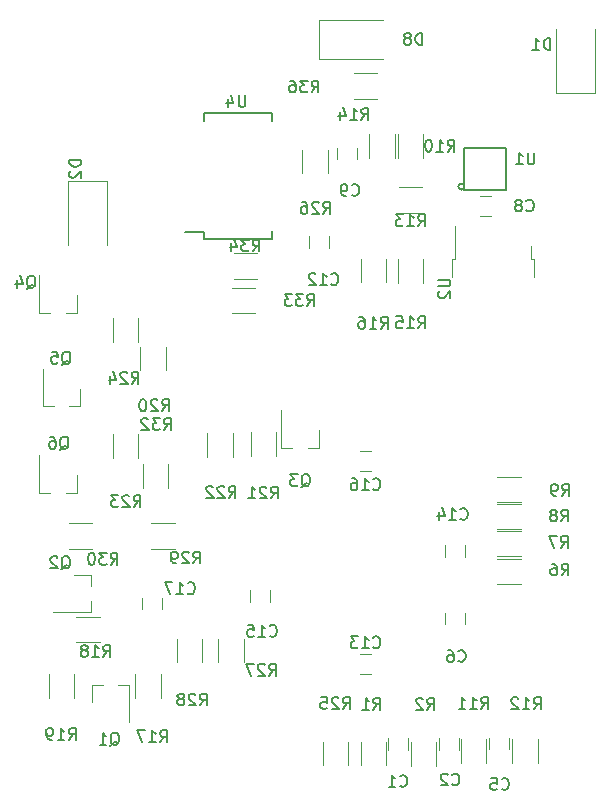
<source format=gbr>
G04 #@! TF.GenerationSoftware,KiCad,Pcbnew,(5.1.5)-3*
G04 #@! TF.CreationDate,2023-05-21T11:01:34-04:00*
G04 #@! TF.ProjectId,In_Board_Gnia,496e5f42-6f61-4726-945f-476e69612e6b,rev?*
G04 #@! TF.SameCoordinates,Original*
G04 #@! TF.FileFunction,Legend,Bot*
G04 #@! TF.FilePolarity,Positive*
%FSLAX46Y46*%
G04 Gerber Fmt 4.6, Leading zero omitted, Abs format (unit mm)*
G04 Created by KiCad (PCBNEW (5.1.5)-3) date 2023-05-21 11:01:34*
%MOMM*%
%LPD*%
G04 APERTURE LIST*
%ADD10C,0.120000*%
%ADD11C,0.150000*%
G04 APERTURE END LIST*
D10*
X65848600Y-116781960D02*
X65848600Y-117781960D01*
X64148600Y-117781960D02*
X64148600Y-116781960D01*
X70120880Y-116781960D02*
X70120880Y-117781960D01*
X68420880Y-117781960D02*
X68420880Y-116781960D01*
X74403320Y-116761640D02*
X74403320Y-117761640D01*
X72703320Y-117761640D02*
X72703320Y-116761640D01*
X69000000Y-107180000D02*
X69000000Y-106180000D01*
X70700000Y-106180000D02*
X70700000Y-107180000D01*
X71890000Y-70905000D02*
X72890000Y-70905000D01*
X72890000Y-72605000D02*
X71890000Y-72605000D01*
X61556000Y-66810000D02*
X61556000Y-67810000D01*
X59856000Y-67810000D02*
X59856000Y-66810000D01*
X57443000Y-75303000D02*
X57443000Y-74303000D01*
X59143000Y-74303000D02*
X59143000Y-75303000D01*
X61730000Y-109640000D02*
X62730000Y-109640000D01*
X62730000Y-111340000D02*
X61730000Y-111340000D01*
X70700000Y-100465000D02*
X70700000Y-101465000D01*
X69000000Y-101465000D02*
X69000000Y-100465000D01*
X54190000Y-104275000D02*
X54190000Y-105275000D01*
X52490000Y-105275000D02*
X52490000Y-104275000D01*
X62730000Y-94195000D02*
X61730000Y-94195000D01*
X61730000Y-92495000D02*
X62730000Y-92495000D01*
X43346000Y-105910000D02*
X43346000Y-104910000D01*
X45046000Y-104910000D02*
X45046000Y-105910000D01*
X81660000Y-62188300D02*
X78360000Y-62188300D01*
X78360000Y-62188300D02*
X78360000Y-56788300D01*
X81660000Y-62188300D02*
X81660000Y-56788300D01*
X37085000Y-69625000D02*
X40385000Y-69625000D01*
X40385000Y-69625000D02*
X40385000Y-75025000D01*
X37085000Y-69625000D02*
X37085000Y-75025000D01*
X58322000Y-59308000D02*
X58322000Y-56008000D01*
X58322000Y-56008000D02*
X63722000Y-56008000D01*
X58322000Y-59308000D02*
X63722000Y-59308000D01*
X39060000Y-112270000D02*
X39990000Y-112270000D01*
X42220000Y-112270000D02*
X41290000Y-112270000D01*
X42220000Y-112270000D02*
X42220000Y-115430000D01*
X39060000Y-112270000D02*
X39060000Y-113730000D01*
X38974300Y-102966400D02*
X38974300Y-103896400D01*
X38974300Y-106126400D02*
X38974300Y-105196400D01*
X38974300Y-106126400D02*
X35814300Y-106126400D01*
X38974300Y-102966400D02*
X37514300Y-102966400D01*
X58272800Y-92200000D02*
X57342800Y-92200000D01*
X55112800Y-92200000D02*
X56042800Y-92200000D01*
X55112800Y-92200000D02*
X55112800Y-89040000D01*
X58272800Y-92200000D02*
X58272800Y-90740000D01*
X37775000Y-80770000D02*
X36845000Y-80770000D01*
X34615000Y-80770000D02*
X35545000Y-80770000D01*
X34615000Y-80770000D02*
X34615000Y-77610000D01*
X37775000Y-80770000D02*
X37775000Y-79310000D01*
X38054400Y-88682100D02*
X37124400Y-88682100D01*
X34894400Y-88682100D02*
X35824400Y-88682100D01*
X34894400Y-88682100D02*
X34894400Y-85522100D01*
X38054400Y-88682100D02*
X38054400Y-87222100D01*
X37775000Y-96010000D02*
X36845000Y-96010000D01*
X34615000Y-96010000D02*
X35545000Y-96010000D01*
X34615000Y-96010000D02*
X34615000Y-92850000D01*
X37775000Y-96010000D02*
X37775000Y-94550000D01*
X61835640Y-117094760D02*
X61835640Y-119094760D01*
X63975640Y-119094760D02*
X63975640Y-117094760D01*
X66052040Y-117120160D02*
X66052040Y-119120160D01*
X68192040Y-119120160D02*
X68192040Y-117120160D01*
X73376280Y-103752040D02*
X75376280Y-103752040D01*
X75376280Y-101612040D02*
X73376280Y-101612040D01*
X73371200Y-101412700D02*
X75371200Y-101412700D01*
X75371200Y-99272700D02*
X73371200Y-99272700D01*
X73371200Y-99126700D02*
X75371200Y-99126700D01*
X75371200Y-96986700D02*
X73371200Y-96986700D01*
X73383900Y-96828000D02*
X75383900Y-96828000D01*
X75383900Y-94688000D02*
X73383900Y-94688000D01*
X67110000Y-67675000D02*
X67110000Y-65675000D01*
X64970000Y-65675000D02*
X64970000Y-67675000D01*
X70309080Y-116911880D02*
X70309080Y-118911880D01*
X72449080Y-118911880D02*
X72449080Y-116911880D01*
X74677880Y-116896640D02*
X74677880Y-118896640D01*
X76817880Y-118896640D02*
X76817880Y-116896640D01*
X65040000Y-72317000D02*
X67040000Y-72317000D01*
X67040000Y-70177000D02*
X65040000Y-70177000D01*
X62557000Y-65675000D02*
X62557000Y-67675000D01*
X64697000Y-67675000D02*
X64697000Y-65675000D01*
X67084600Y-78241400D02*
X67084600Y-76241400D01*
X64944600Y-76241400D02*
X64944600Y-78241400D01*
X61871200Y-76216000D02*
X61871200Y-78216000D01*
X64011200Y-78216000D02*
X64011200Y-76216000D01*
X42745000Y-111395000D02*
X42745000Y-113395000D01*
X44885000Y-113395000D02*
X44885000Y-111395000D01*
X37747700Y-108689800D02*
X39747700Y-108689800D01*
X39747700Y-106549800D02*
X37747700Y-106549800D01*
X37582500Y-113395000D02*
X37582500Y-111395000D01*
X35442500Y-111395000D02*
X35442500Y-113395000D01*
X43176800Y-83645500D02*
X43176800Y-85645500D01*
X45316800Y-85645500D02*
X45316800Y-83645500D01*
X52524000Y-90922600D02*
X52524000Y-92922600D01*
X54664000Y-92922600D02*
X54664000Y-90922600D01*
X48853700Y-90960700D02*
X48853700Y-92960700D01*
X50993700Y-92960700D02*
X50993700Y-90960700D01*
X45520000Y-95615000D02*
X45520000Y-93615000D01*
X43380000Y-93615000D02*
X43380000Y-95615000D01*
X40840000Y-81257900D02*
X40840000Y-83257900D01*
X42980000Y-83257900D02*
X42980000Y-81257900D01*
X58620000Y-117110000D02*
X58620000Y-119110000D01*
X60760000Y-119110000D02*
X60760000Y-117110000D01*
X59032800Y-68995800D02*
X59032800Y-66995800D01*
X56892800Y-66995800D02*
X56892800Y-68995800D01*
X49780800Y-108397800D02*
X49780800Y-110397800D01*
X51920800Y-110397800D02*
X51920800Y-108397800D01*
X46250200Y-108397800D02*
X46250200Y-110397800D01*
X48390200Y-110397800D02*
X48390200Y-108397800D01*
X46085000Y-98625000D02*
X44085000Y-98625000D01*
X44085000Y-100765000D02*
X46085000Y-100765000D01*
X37100000Y-100765000D02*
X39100000Y-100765000D01*
X39100000Y-98625000D02*
X37100000Y-98625000D01*
X40840000Y-91075000D02*
X40840000Y-93075000D01*
X42980000Y-93075000D02*
X42980000Y-91075000D01*
X50917600Y-80800600D02*
X52917600Y-80800600D01*
X52917600Y-78660600D02*
X50917600Y-78660600D01*
X51070000Y-77905000D02*
X53070000Y-77905000D01*
X53070000Y-75765000D02*
X51070000Y-75765000D01*
X63230000Y-60525000D02*
X61230000Y-60525000D01*
X61230000Y-62665000D02*
X63230000Y-62665000D01*
D11*
X73914000Y-70358000D02*
X74168000Y-70358000D01*
X74168000Y-70358000D02*
X74168000Y-66802000D01*
X74168000Y-66802000D02*
X73914000Y-66802000D01*
X70866000Y-70358000D02*
X70612000Y-70358000D01*
X70612000Y-70358000D02*
X70612000Y-66802000D01*
X70612000Y-66802000D02*
X70866000Y-66802000D01*
X70612000Y-70104000D02*
G75*
G03X70612000Y-70104000I-254000J0D01*
G01*
X70866000Y-70358000D02*
X73914000Y-70358000D01*
X73914000Y-66802000D02*
X70866000Y-66802000D01*
D10*
X69575000Y-77770000D02*
X69575000Y-76270000D01*
X69575000Y-76270000D02*
X69845000Y-76270000D01*
X69845000Y-76270000D02*
X69845000Y-73440000D01*
X76475000Y-77770000D02*
X76475000Y-76270000D01*
X76475000Y-76270000D02*
X76205000Y-76270000D01*
X76205000Y-76270000D02*
X76205000Y-75170000D01*
D11*
X48560000Y-74540000D02*
X48560000Y-73965000D01*
X54310000Y-74540000D02*
X54310000Y-73890000D01*
X54310000Y-63890000D02*
X54310000Y-64540000D01*
X48560000Y-63890000D02*
X48560000Y-64540000D01*
X48560000Y-74540000D02*
X54310000Y-74540000D01*
X48560000Y-63890000D02*
X54310000Y-63890000D01*
X48560000Y-73965000D02*
X46960000Y-73965000D01*
X65152566Y-120829342D02*
X65200185Y-120876961D01*
X65343042Y-120924580D01*
X65438280Y-120924580D01*
X65581138Y-120876961D01*
X65676376Y-120781723D01*
X65723995Y-120686485D01*
X65771614Y-120496009D01*
X65771614Y-120353152D01*
X65723995Y-120162676D01*
X65676376Y-120067438D01*
X65581138Y-119972200D01*
X65438280Y-119924580D01*
X65343042Y-119924580D01*
X65200185Y-119972200D01*
X65152566Y-120019819D01*
X64200185Y-120924580D02*
X64771614Y-120924580D01*
X64485900Y-120924580D02*
X64485900Y-119924580D01*
X64581138Y-120067438D01*
X64676376Y-120162676D01*
X64771614Y-120210295D01*
X69572166Y-120702342D02*
X69619785Y-120749961D01*
X69762642Y-120797580D01*
X69857880Y-120797580D01*
X70000738Y-120749961D01*
X70095976Y-120654723D01*
X70143595Y-120559485D01*
X70191214Y-120369009D01*
X70191214Y-120226152D01*
X70143595Y-120035676D01*
X70095976Y-119940438D01*
X70000738Y-119845200D01*
X69857880Y-119797580D01*
X69762642Y-119797580D01*
X69619785Y-119845200D01*
X69572166Y-119892819D01*
X69191214Y-119892819D02*
X69143595Y-119845200D01*
X69048357Y-119797580D01*
X68810261Y-119797580D01*
X68715023Y-119845200D01*
X68667404Y-119892819D01*
X68619785Y-119988057D01*
X68619785Y-120083295D01*
X68667404Y-120226152D01*
X69238833Y-120797580D01*
X68619785Y-120797580D01*
X73763166Y-121083342D02*
X73810785Y-121130961D01*
X73953642Y-121178580D01*
X74048880Y-121178580D01*
X74191738Y-121130961D01*
X74286976Y-121035723D01*
X74334595Y-120940485D01*
X74382214Y-120750009D01*
X74382214Y-120607152D01*
X74334595Y-120416676D01*
X74286976Y-120321438D01*
X74191738Y-120226200D01*
X74048880Y-120178580D01*
X73953642Y-120178580D01*
X73810785Y-120226200D01*
X73763166Y-120273819D01*
X72858404Y-120178580D02*
X73334595Y-120178580D01*
X73382214Y-120654771D01*
X73334595Y-120607152D01*
X73239357Y-120559533D01*
X73001261Y-120559533D01*
X72906023Y-120607152D01*
X72858404Y-120654771D01*
X72810785Y-120750009D01*
X72810785Y-120988104D01*
X72858404Y-121083342D01*
X72906023Y-121130961D01*
X73001261Y-121178580D01*
X73239357Y-121178580D01*
X73334595Y-121130961D01*
X73382214Y-121083342D01*
X70092866Y-110250242D02*
X70140485Y-110297861D01*
X70283342Y-110345480D01*
X70378580Y-110345480D01*
X70521438Y-110297861D01*
X70616676Y-110202623D01*
X70664295Y-110107385D01*
X70711914Y-109916909D01*
X70711914Y-109774052D01*
X70664295Y-109583576D01*
X70616676Y-109488338D01*
X70521438Y-109393100D01*
X70378580Y-109345480D01*
X70283342Y-109345480D01*
X70140485Y-109393100D01*
X70092866Y-109440719D01*
X69235723Y-109345480D02*
X69426200Y-109345480D01*
X69521438Y-109393100D01*
X69569057Y-109440719D01*
X69664295Y-109583576D01*
X69711914Y-109774052D01*
X69711914Y-110155004D01*
X69664295Y-110250242D01*
X69616676Y-110297861D01*
X69521438Y-110345480D01*
X69330961Y-110345480D01*
X69235723Y-110297861D01*
X69188104Y-110250242D01*
X69140485Y-110155004D01*
X69140485Y-109916909D01*
X69188104Y-109821671D01*
X69235723Y-109774052D01*
X69330961Y-109726433D01*
X69521438Y-109726433D01*
X69616676Y-109774052D01*
X69664295Y-109821671D01*
X69711914Y-109916909D01*
X75858666Y-72112142D02*
X75906285Y-72159761D01*
X76049142Y-72207380D01*
X76144380Y-72207380D01*
X76287238Y-72159761D01*
X76382476Y-72064523D01*
X76430095Y-71969285D01*
X76477714Y-71778809D01*
X76477714Y-71635952D01*
X76430095Y-71445476D01*
X76382476Y-71350238D01*
X76287238Y-71255000D01*
X76144380Y-71207380D01*
X76049142Y-71207380D01*
X75906285Y-71255000D01*
X75858666Y-71302619D01*
X75287238Y-71635952D02*
X75382476Y-71588333D01*
X75430095Y-71540714D01*
X75477714Y-71445476D01*
X75477714Y-71397857D01*
X75430095Y-71302619D01*
X75382476Y-71255000D01*
X75287238Y-71207380D01*
X75096761Y-71207380D01*
X75001523Y-71255000D01*
X74953904Y-71302619D01*
X74906285Y-71397857D01*
X74906285Y-71445476D01*
X74953904Y-71540714D01*
X75001523Y-71588333D01*
X75096761Y-71635952D01*
X75287238Y-71635952D01*
X75382476Y-71683571D01*
X75430095Y-71731190D01*
X75477714Y-71826428D01*
X75477714Y-72016904D01*
X75430095Y-72112142D01*
X75382476Y-72159761D01*
X75287238Y-72207380D01*
X75096761Y-72207380D01*
X75001523Y-72159761D01*
X74953904Y-72112142D01*
X74906285Y-72016904D01*
X74906285Y-71826428D01*
X74953904Y-71731190D01*
X75001523Y-71683571D01*
X75096761Y-71635952D01*
X61075866Y-70791342D02*
X61123485Y-70838961D01*
X61266342Y-70886580D01*
X61361580Y-70886580D01*
X61504438Y-70838961D01*
X61599676Y-70743723D01*
X61647295Y-70648485D01*
X61694914Y-70458009D01*
X61694914Y-70315152D01*
X61647295Y-70124676D01*
X61599676Y-70029438D01*
X61504438Y-69934200D01*
X61361580Y-69886580D01*
X61266342Y-69886580D01*
X61123485Y-69934200D01*
X61075866Y-69981819D01*
X60599676Y-70886580D02*
X60409200Y-70886580D01*
X60313961Y-70838961D01*
X60266342Y-70791342D01*
X60171104Y-70648485D01*
X60123485Y-70458009D01*
X60123485Y-70077057D01*
X60171104Y-69981819D01*
X60218723Y-69934200D01*
X60313961Y-69886580D01*
X60504438Y-69886580D01*
X60599676Y-69934200D01*
X60647295Y-69981819D01*
X60694914Y-70077057D01*
X60694914Y-70315152D01*
X60647295Y-70410390D01*
X60599676Y-70458009D01*
X60504438Y-70505628D01*
X60313961Y-70505628D01*
X60218723Y-70458009D01*
X60171104Y-70410390D01*
X60123485Y-70315152D01*
X59329557Y-78347842D02*
X59377176Y-78395461D01*
X59520033Y-78443080D01*
X59615271Y-78443080D01*
X59758128Y-78395461D01*
X59853366Y-78300223D01*
X59900985Y-78204985D01*
X59948604Y-78014509D01*
X59948604Y-77871652D01*
X59900985Y-77681176D01*
X59853366Y-77585938D01*
X59758128Y-77490700D01*
X59615271Y-77443080D01*
X59520033Y-77443080D01*
X59377176Y-77490700D01*
X59329557Y-77538319D01*
X58377176Y-78443080D02*
X58948604Y-78443080D01*
X58662890Y-78443080D02*
X58662890Y-77443080D01*
X58758128Y-77585938D01*
X58853366Y-77681176D01*
X58948604Y-77728795D01*
X57996223Y-77538319D02*
X57948604Y-77490700D01*
X57853366Y-77443080D01*
X57615271Y-77443080D01*
X57520033Y-77490700D01*
X57472414Y-77538319D01*
X57424795Y-77633557D01*
X57424795Y-77728795D01*
X57472414Y-77871652D01*
X58043842Y-78443080D01*
X57424795Y-78443080D01*
X62872857Y-109097142D02*
X62920476Y-109144761D01*
X63063333Y-109192380D01*
X63158571Y-109192380D01*
X63301428Y-109144761D01*
X63396666Y-109049523D01*
X63444285Y-108954285D01*
X63491904Y-108763809D01*
X63491904Y-108620952D01*
X63444285Y-108430476D01*
X63396666Y-108335238D01*
X63301428Y-108240000D01*
X63158571Y-108192380D01*
X63063333Y-108192380D01*
X62920476Y-108240000D01*
X62872857Y-108287619D01*
X61920476Y-109192380D02*
X62491904Y-109192380D01*
X62206190Y-109192380D02*
X62206190Y-108192380D01*
X62301428Y-108335238D01*
X62396666Y-108430476D01*
X62491904Y-108478095D01*
X61587142Y-108192380D02*
X60968095Y-108192380D01*
X61301428Y-108573333D01*
X61158571Y-108573333D01*
X61063333Y-108620952D01*
X61015714Y-108668571D01*
X60968095Y-108763809D01*
X60968095Y-109001904D01*
X61015714Y-109097142D01*
X61063333Y-109144761D01*
X61158571Y-109192380D01*
X61444285Y-109192380D01*
X61539523Y-109144761D01*
X61587142Y-109097142D01*
X70264257Y-98223342D02*
X70311876Y-98270961D01*
X70454733Y-98318580D01*
X70549971Y-98318580D01*
X70692828Y-98270961D01*
X70788066Y-98175723D01*
X70835685Y-98080485D01*
X70883304Y-97890009D01*
X70883304Y-97747152D01*
X70835685Y-97556676D01*
X70788066Y-97461438D01*
X70692828Y-97366200D01*
X70549971Y-97318580D01*
X70454733Y-97318580D01*
X70311876Y-97366200D01*
X70264257Y-97413819D01*
X69311876Y-98318580D02*
X69883304Y-98318580D01*
X69597590Y-98318580D02*
X69597590Y-97318580D01*
X69692828Y-97461438D01*
X69788066Y-97556676D01*
X69883304Y-97604295D01*
X68454733Y-97651914D02*
X68454733Y-98318580D01*
X68692828Y-97270961D02*
X68930923Y-97985247D01*
X68311876Y-97985247D01*
X54122557Y-108116642D02*
X54170176Y-108164261D01*
X54313033Y-108211880D01*
X54408271Y-108211880D01*
X54551128Y-108164261D01*
X54646366Y-108069023D01*
X54693985Y-107973785D01*
X54741604Y-107783309D01*
X54741604Y-107640452D01*
X54693985Y-107449976D01*
X54646366Y-107354738D01*
X54551128Y-107259500D01*
X54408271Y-107211880D01*
X54313033Y-107211880D01*
X54170176Y-107259500D01*
X54122557Y-107307119D01*
X53170176Y-108211880D02*
X53741604Y-108211880D01*
X53455890Y-108211880D02*
X53455890Y-107211880D01*
X53551128Y-107354738D01*
X53646366Y-107449976D01*
X53741604Y-107497595D01*
X52265414Y-107211880D02*
X52741604Y-107211880D01*
X52789223Y-107688071D01*
X52741604Y-107640452D01*
X52646366Y-107592833D01*
X52408271Y-107592833D01*
X52313033Y-107640452D01*
X52265414Y-107688071D01*
X52217795Y-107783309D01*
X52217795Y-108021404D01*
X52265414Y-108116642D01*
X52313033Y-108164261D01*
X52408271Y-108211880D01*
X52646366Y-108211880D01*
X52741604Y-108164261D01*
X52789223Y-108116642D01*
X62872857Y-95708742D02*
X62920476Y-95756361D01*
X63063333Y-95803980D01*
X63158571Y-95803980D01*
X63301428Y-95756361D01*
X63396666Y-95661123D01*
X63444285Y-95565885D01*
X63491904Y-95375409D01*
X63491904Y-95232552D01*
X63444285Y-95042076D01*
X63396666Y-94946838D01*
X63301428Y-94851600D01*
X63158571Y-94803980D01*
X63063333Y-94803980D01*
X62920476Y-94851600D01*
X62872857Y-94899219D01*
X61920476Y-95803980D02*
X62491904Y-95803980D01*
X62206190Y-95803980D02*
X62206190Y-94803980D01*
X62301428Y-94946838D01*
X62396666Y-95042076D01*
X62491904Y-95089695D01*
X61063333Y-94803980D02*
X61253809Y-94803980D01*
X61349047Y-94851600D01*
X61396666Y-94899219D01*
X61491904Y-95042076D01*
X61539523Y-95232552D01*
X61539523Y-95613504D01*
X61491904Y-95708742D01*
X61444285Y-95756361D01*
X61349047Y-95803980D01*
X61158571Y-95803980D01*
X61063333Y-95756361D01*
X61015714Y-95708742D01*
X60968095Y-95613504D01*
X60968095Y-95375409D01*
X61015714Y-95280171D01*
X61063333Y-95232552D01*
X61158571Y-95184933D01*
X61349047Y-95184933D01*
X61444285Y-95232552D01*
X61491904Y-95280171D01*
X61539523Y-95375409D01*
X47175657Y-104509842D02*
X47223276Y-104557461D01*
X47366133Y-104605080D01*
X47461371Y-104605080D01*
X47604228Y-104557461D01*
X47699466Y-104462223D01*
X47747085Y-104366985D01*
X47794704Y-104176509D01*
X47794704Y-104033652D01*
X47747085Y-103843176D01*
X47699466Y-103747938D01*
X47604228Y-103652700D01*
X47461371Y-103605080D01*
X47366133Y-103605080D01*
X47223276Y-103652700D01*
X47175657Y-103700319D01*
X46223276Y-104605080D02*
X46794704Y-104605080D01*
X46508990Y-104605080D02*
X46508990Y-103605080D01*
X46604228Y-103747938D01*
X46699466Y-103843176D01*
X46794704Y-103890795D01*
X45889942Y-103605080D02*
X45223276Y-103605080D01*
X45651847Y-104605080D01*
X77890595Y-58529480D02*
X77890595Y-57529480D01*
X77652500Y-57529480D01*
X77509642Y-57577100D01*
X77414404Y-57672338D01*
X77366785Y-57767576D01*
X77319166Y-57958052D01*
X77319166Y-58100909D01*
X77366785Y-58291385D01*
X77414404Y-58386623D01*
X77509642Y-58481861D01*
X77652500Y-58529480D01*
X77890595Y-58529480D01*
X76366785Y-58529480D02*
X76938214Y-58529480D01*
X76652500Y-58529480D02*
X76652500Y-57529480D01*
X76747738Y-57672338D01*
X76842976Y-57767576D01*
X76938214Y-57815195D01*
X38171380Y-67841904D02*
X37171380Y-67841904D01*
X37171380Y-68080000D01*
X37219000Y-68222857D01*
X37314238Y-68318095D01*
X37409476Y-68365714D01*
X37599952Y-68413333D01*
X37742809Y-68413333D01*
X37933285Y-68365714D01*
X38028523Y-68318095D01*
X38123761Y-68222857D01*
X38171380Y-68080000D01*
X38171380Y-67841904D01*
X37266619Y-68794285D02*
X37219000Y-68841904D01*
X37171380Y-68937142D01*
X37171380Y-69175238D01*
X37219000Y-69270476D01*
X37266619Y-69318095D01*
X37361857Y-69365714D01*
X37457095Y-69365714D01*
X37599952Y-69318095D01*
X38171380Y-68746666D01*
X38171380Y-69365714D01*
X67032095Y-58110380D02*
X67032095Y-57110380D01*
X66794000Y-57110380D01*
X66651142Y-57158000D01*
X66555904Y-57253238D01*
X66508285Y-57348476D01*
X66460666Y-57538952D01*
X66460666Y-57681809D01*
X66508285Y-57872285D01*
X66555904Y-57967523D01*
X66651142Y-58062761D01*
X66794000Y-58110380D01*
X67032095Y-58110380D01*
X65889238Y-57538952D02*
X65984476Y-57491333D01*
X66032095Y-57443714D01*
X66079714Y-57348476D01*
X66079714Y-57300857D01*
X66032095Y-57205619D01*
X65984476Y-57158000D01*
X65889238Y-57110380D01*
X65698761Y-57110380D01*
X65603523Y-57158000D01*
X65555904Y-57205619D01*
X65508285Y-57300857D01*
X65508285Y-57348476D01*
X65555904Y-57443714D01*
X65603523Y-57491333D01*
X65698761Y-57538952D01*
X65889238Y-57538952D01*
X65984476Y-57586571D01*
X66032095Y-57634190D01*
X66079714Y-57729428D01*
X66079714Y-57919904D01*
X66032095Y-58015142D01*
X65984476Y-58062761D01*
X65889238Y-58110380D01*
X65698761Y-58110380D01*
X65603523Y-58062761D01*
X65555904Y-58015142D01*
X65508285Y-57919904D01*
X65508285Y-57729428D01*
X65555904Y-57634190D01*
X65603523Y-57586571D01*
X65698761Y-57538952D01*
X40633638Y-117438419D02*
X40728876Y-117390800D01*
X40824114Y-117295561D01*
X40966971Y-117152704D01*
X41062209Y-117105085D01*
X41157447Y-117105085D01*
X41109828Y-117343180D02*
X41205066Y-117295561D01*
X41300304Y-117200323D01*
X41347923Y-117009847D01*
X41347923Y-116676514D01*
X41300304Y-116486038D01*
X41205066Y-116390800D01*
X41109828Y-116343180D01*
X40919352Y-116343180D01*
X40824114Y-116390800D01*
X40728876Y-116486038D01*
X40681257Y-116676514D01*
X40681257Y-117009847D01*
X40728876Y-117200323D01*
X40824114Y-117295561D01*
X40919352Y-117343180D01*
X41109828Y-117343180D01*
X39728876Y-117343180D02*
X40300304Y-117343180D01*
X40014590Y-117343180D02*
X40014590Y-116343180D01*
X40109828Y-116486038D01*
X40205066Y-116581276D01*
X40300304Y-116628895D01*
X36468038Y-102515919D02*
X36563276Y-102468300D01*
X36658514Y-102373061D01*
X36801371Y-102230204D01*
X36896609Y-102182585D01*
X36991847Y-102182585D01*
X36944228Y-102420680D02*
X37039466Y-102373061D01*
X37134704Y-102277823D01*
X37182323Y-102087347D01*
X37182323Y-101754014D01*
X37134704Y-101563538D01*
X37039466Y-101468300D01*
X36944228Y-101420680D01*
X36753752Y-101420680D01*
X36658514Y-101468300D01*
X36563276Y-101563538D01*
X36515657Y-101754014D01*
X36515657Y-102087347D01*
X36563276Y-102277823D01*
X36658514Y-102373061D01*
X36753752Y-102420680D01*
X36944228Y-102420680D01*
X36134704Y-101515919D02*
X36087085Y-101468300D01*
X35991847Y-101420680D01*
X35753752Y-101420680D01*
X35658514Y-101468300D01*
X35610895Y-101515919D01*
X35563276Y-101611157D01*
X35563276Y-101706395D01*
X35610895Y-101849252D01*
X36182323Y-102420680D01*
X35563276Y-102420680D01*
X56788038Y-95556319D02*
X56883276Y-95508700D01*
X56978514Y-95413461D01*
X57121371Y-95270604D01*
X57216609Y-95222985D01*
X57311847Y-95222985D01*
X57264228Y-95461080D02*
X57359466Y-95413461D01*
X57454704Y-95318223D01*
X57502323Y-95127747D01*
X57502323Y-94794414D01*
X57454704Y-94603938D01*
X57359466Y-94508700D01*
X57264228Y-94461080D01*
X57073752Y-94461080D01*
X56978514Y-94508700D01*
X56883276Y-94603938D01*
X56835657Y-94794414D01*
X56835657Y-95127747D01*
X56883276Y-95318223D01*
X56978514Y-95413461D01*
X57073752Y-95461080D01*
X57264228Y-95461080D01*
X56502323Y-94461080D02*
X55883276Y-94461080D01*
X56216609Y-94842033D01*
X56073752Y-94842033D01*
X55978514Y-94889652D01*
X55930895Y-94937271D01*
X55883276Y-95032509D01*
X55883276Y-95270604D01*
X55930895Y-95365842D01*
X55978514Y-95413461D01*
X56073752Y-95461080D01*
X56359466Y-95461080D01*
X56454704Y-95413461D01*
X56502323Y-95365842D01*
X33547038Y-78754219D02*
X33642276Y-78706600D01*
X33737514Y-78611361D01*
X33880371Y-78468504D01*
X33975609Y-78420885D01*
X34070847Y-78420885D01*
X34023228Y-78658980D02*
X34118466Y-78611361D01*
X34213704Y-78516123D01*
X34261323Y-78325647D01*
X34261323Y-77992314D01*
X34213704Y-77801838D01*
X34118466Y-77706600D01*
X34023228Y-77658980D01*
X33832752Y-77658980D01*
X33737514Y-77706600D01*
X33642276Y-77801838D01*
X33594657Y-77992314D01*
X33594657Y-78325647D01*
X33642276Y-78516123D01*
X33737514Y-78611361D01*
X33832752Y-78658980D01*
X34023228Y-78658980D01*
X32737514Y-77992314D02*
X32737514Y-78658980D01*
X32975609Y-77611361D02*
X33213704Y-78325647D01*
X32594657Y-78325647D01*
X36531538Y-85180419D02*
X36626776Y-85132800D01*
X36722014Y-85037561D01*
X36864871Y-84894704D01*
X36960109Y-84847085D01*
X37055347Y-84847085D01*
X37007728Y-85085180D02*
X37102966Y-85037561D01*
X37198204Y-84942323D01*
X37245823Y-84751847D01*
X37245823Y-84418514D01*
X37198204Y-84228038D01*
X37102966Y-84132800D01*
X37007728Y-84085180D01*
X36817252Y-84085180D01*
X36722014Y-84132800D01*
X36626776Y-84228038D01*
X36579157Y-84418514D01*
X36579157Y-84751847D01*
X36626776Y-84942323D01*
X36722014Y-85037561D01*
X36817252Y-85085180D01*
X37007728Y-85085180D01*
X35674395Y-84085180D02*
X36150585Y-84085180D01*
X36198204Y-84561371D01*
X36150585Y-84513752D01*
X36055347Y-84466133D01*
X35817252Y-84466133D01*
X35722014Y-84513752D01*
X35674395Y-84561371D01*
X35626776Y-84656609D01*
X35626776Y-84894704D01*
X35674395Y-84989942D01*
X35722014Y-85037561D01*
X35817252Y-85085180D01*
X36055347Y-85085180D01*
X36150585Y-85037561D01*
X36198204Y-84989942D01*
X36353738Y-92381319D02*
X36448976Y-92333700D01*
X36544214Y-92238461D01*
X36687071Y-92095604D01*
X36782309Y-92047985D01*
X36877547Y-92047985D01*
X36829928Y-92286080D02*
X36925166Y-92238461D01*
X37020404Y-92143223D01*
X37068023Y-91952747D01*
X37068023Y-91619414D01*
X37020404Y-91428938D01*
X36925166Y-91333700D01*
X36829928Y-91286080D01*
X36639452Y-91286080D01*
X36544214Y-91333700D01*
X36448976Y-91428938D01*
X36401357Y-91619414D01*
X36401357Y-91952747D01*
X36448976Y-92143223D01*
X36544214Y-92238461D01*
X36639452Y-92286080D01*
X36829928Y-92286080D01*
X35544214Y-91286080D02*
X35734690Y-91286080D01*
X35829928Y-91333700D01*
X35877547Y-91381319D01*
X35972785Y-91524176D01*
X36020404Y-91714652D01*
X36020404Y-92095604D01*
X35972785Y-92190842D01*
X35925166Y-92238461D01*
X35829928Y-92286080D01*
X35639452Y-92286080D01*
X35544214Y-92238461D01*
X35496595Y-92190842D01*
X35448976Y-92095604D01*
X35448976Y-91857509D01*
X35496595Y-91762271D01*
X35544214Y-91714652D01*
X35639452Y-91667033D01*
X35829928Y-91667033D01*
X35925166Y-91714652D01*
X35972785Y-91762271D01*
X36020404Y-91857509D01*
X62904666Y-114384080D02*
X63238000Y-113907890D01*
X63476095Y-114384080D02*
X63476095Y-113384080D01*
X63095142Y-113384080D01*
X62999904Y-113431700D01*
X62952285Y-113479319D01*
X62904666Y-113574557D01*
X62904666Y-113717414D01*
X62952285Y-113812652D01*
X62999904Y-113860271D01*
X63095142Y-113907890D01*
X63476095Y-113907890D01*
X61952285Y-114384080D02*
X62523714Y-114384080D01*
X62238000Y-114384080D02*
X62238000Y-113384080D01*
X62333238Y-113526938D01*
X62428476Y-113622176D01*
X62523714Y-113669795D01*
X67463966Y-114409480D02*
X67797300Y-113933290D01*
X68035395Y-114409480D02*
X68035395Y-113409480D01*
X67654442Y-113409480D01*
X67559204Y-113457100D01*
X67511585Y-113504719D01*
X67463966Y-113599957D01*
X67463966Y-113742814D01*
X67511585Y-113838052D01*
X67559204Y-113885671D01*
X67654442Y-113933290D01*
X68035395Y-113933290D01*
X67083014Y-113504719D02*
X67035395Y-113457100D01*
X66940157Y-113409480D01*
X66702061Y-113409480D01*
X66606823Y-113457100D01*
X66559204Y-113504719D01*
X66511585Y-113599957D01*
X66511585Y-113695195D01*
X66559204Y-113838052D01*
X67130633Y-114409480D01*
X66511585Y-114409480D01*
X78843166Y-103017580D02*
X79176500Y-102541390D01*
X79414595Y-103017580D02*
X79414595Y-102017580D01*
X79033642Y-102017580D01*
X78938404Y-102065200D01*
X78890785Y-102112819D01*
X78843166Y-102208057D01*
X78843166Y-102350914D01*
X78890785Y-102446152D01*
X78938404Y-102493771D01*
X79033642Y-102541390D01*
X79414595Y-102541390D01*
X77986023Y-102017580D02*
X78176500Y-102017580D01*
X78271738Y-102065200D01*
X78319357Y-102112819D01*
X78414595Y-102255676D01*
X78462214Y-102446152D01*
X78462214Y-102827104D01*
X78414595Y-102922342D01*
X78366976Y-102969961D01*
X78271738Y-103017580D01*
X78081261Y-103017580D01*
X77986023Y-102969961D01*
X77938404Y-102922342D01*
X77890785Y-102827104D01*
X77890785Y-102589009D01*
X77938404Y-102493771D01*
X77986023Y-102446152D01*
X78081261Y-102398533D01*
X78271738Y-102398533D01*
X78366976Y-102446152D01*
X78414595Y-102493771D01*
X78462214Y-102589009D01*
X78766966Y-100680780D02*
X79100300Y-100204590D01*
X79338395Y-100680780D02*
X79338395Y-99680780D01*
X78957442Y-99680780D01*
X78862204Y-99728400D01*
X78814585Y-99776019D01*
X78766966Y-99871257D01*
X78766966Y-100014114D01*
X78814585Y-100109352D01*
X78862204Y-100156971D01*
X78957442Y-100204590D01*
X79338395Y-100204590D01*
X78433633Y-99680780D02*
X77766966Y-99680780D01*
X78195538Y-100680780D01*
X78805066Y-98445580D02*
X79138400Y-97969390D01*
X79376495Y-98445580D02*
X79376495Y-97445580D01*
X78995542Y-97445580D01*
X78900304Y-97493200D01*
X78852685Y-97540819D01*
X78805066Y-97636057D01*
X78805066Y-97778914D01*
X78852685Y-97874152D01*
X78900304Y-97921771D01*
X78995542Y-97969390D01*
X79376495Y-97969390D01*
X78233638Y-97874152D02*
X78328876Y-97826533D01*
X78376495Y-97778914D01*
X78424114Y-97683676D01*
X78424114Y-97636057D01*
X78376495Y-97540819D01*
X78328876Y-97493200D01*
X78233638Y-97445580D01*
X78043161Y-97445580D01*
X77947923Y-97493200D01*
X77900304Y-97540819D01*
X77852685Y-97636057D01*
X77852685Y-97683676D01*
X77900304Y-97778914D01*
X77947923Y-97826533D01*
X78043161Y-97874152D01*
X78233638Y-97874152D01*
X78328876Y-97921771D01*
X78376495Y-97969390D01*
X78424114Y-98064628D01*
X78424114Y-98255104D01*
X78376495Y-98350342D01*
X78328876Y-98397961D01*
X78233638Y-98445580D01*
X78043161Y-98445580D01*
X77947923Y-98397961D01*
X77900304Y-98350342D01*
X77852685Y-98255104D01*
X77852685Y-98064628D01*
X77900304Y-97969390D01*
X77947923Y-97921771D01*
X78043161Y-97874152D01*
X78881266Y-96286580D02*
X79214600Y-95810390D01*
X79452695Y-96286580D02*
X79452695Y-95286580D01*
X79071742Y-95286580D01*
X78976504Y-95334200D01*
X78928885Y-95381819D01*
X78881266Y-95477057D01*
X78881266Y-95619914D01*
X78928885Y-95715152D01*
X78976504Y-95762771D01*
X79071742Y-95810390D01*
X79452695Y-95810390D01*
X78405076Y-96286580D02*
X78214600Y-96286580D01*
X78119361Y-96238961D01*
X78071742Y-96191342D01*
X77976504Y-96048485D01*
X77928885Y-95858009D01*
X77928885Y-95477057D01*
X77976504Y-95381819D01*
X78024123Y-95334200D01*
X78119361Y-95286580D01*
X78309838Y-95286580D01*
X78405076Y-95334200D01*
X78452695Y-95381819D01*
X78500314Y-95477057D01*
X78500314Y-95715152D01*
X78452695Y-95810390D01*
X78405076Y-95858009D01*
X78309838Y-95905628D01*
X78119361Y-95905628D01*
X78024123Y-95858009D01*
X77976504Y-95810390D01*
X77928885Y-95715152D01*
X69184757Y-67140080D02*
X69518090Y-66663890D01*
X69756185Y-67140080D02*
X69756185Y-66140080D01*
X69375233Y-66140080D01*
X69279995Y-66187700D01*
X69232376Y-66235319D01*
X69184757Y-66330557D01*
X69184757Y-66473414D01*
X69232376Y-66568652D01*
X69279995Y-66616271D01*
X69375233Y-66663890D01*
X69756185Y-66663890D01*
X68232376Y-67140080D02*
X68803804Y-67140080D01*
X68518090Y-67140080D02*
X68518090Y-66140080D01*
X68613328Y-66282938D01*
X68708566Y-66378176D01*
X68803804Y-66425795D01*
X67613328Y-66140080D02*
X67518090Y-66140080D01*
X67422852Y-66187700D01*
X67375233Y-66235319D01*
X67327614Y-66330557D01*
X67279995Y-66521033D01*
X67279995Y-66759128D01*
X67327614Y-66949604D01*
X67375233Y-67044842D01*
X67422852Y-67092461D01*
X67518090Y-67140080D01*
X67613328Y-67140080D01*
X67708566Y-67092461D01*
X67756185Y-67044842D01*
X67803804Y-66949604D01*
X67851423Y-66759128D01*
X67851423Y-66521033D01*
X67803804Y-66330557D01*
X67756185Y-66235319D01*
X67708566Y-66187700D01*
X67613328Y-66140080D01*
X72016857Y-114320580D02*
X72350190Y-113844390D01*
X72588285Y-114320580D02*
X72588285Y-113320580D01*
X72207333Y-113320580D01*
X72112095Y-113368200D01*
X72064476Y-113415819D01*
X72016857Y-113511057D01*
X72016857Y-113653914D01*
X72064476Y-113749152D01*
X72112095Y-113796771D01*
X72207333Y-113844390D01*
X72588285Y-113844390D01*
X71064476Y-114320580D02*
X71635904Y-114320580D01*
X71350190Y-114320580D02*
X71350190Y-113320580D01*
X71445428Y-113463438D01*
X71540666Y-113558676D01*
X71635904Y-113606295D01*
X70112095Y-114320580D02*
X70683523Y-114320580D01*
X70397809Y-114320580D02*
X70397809Y-113320580D01*
X70493047Y-113463438D01*
X70588285Y-113558676D01*
X70683523Y-113606295D01*
X76487257Y-114358680D02*
X76820590Y-113882490D01*
X77058685Y-114358680D02*
X77058685Y-113358680D01*
X76677733Y-113358680D01*
X76582495Y-113406300D01*
X76534876Y-113453919D01*
X76487257Y-113549157D01*
X76487257Y-113692014D01*
X76534876Y-113787252D01*
X76582495Y-113834871D01*
X76677733Y-113882490D01*
X77058685Y-113882490D01*
X75534876Y-114358680D02*
X76106304Y-114358680D01*
X75820590Y-114358680D02*
X75820590Y-113358680D01*
X75915828Y-113501538D01*
X76011066Y-113596776D01*
X76106304Y-113644395D01*
X75153923Y-113453919D02*
X75106304Y-113406300D01*
X75011066Y-113358680D01*
X74772971Y-113358680D01*
X74677733Y-113406300D01*
X74630114Y-113453919D01*
X74582495Y-113549157D01*
X74582495Y-113644395D01*
X74630114Y-113787252D01*
X75201542Y-114358680D01*
X74582495Y-114358680D01*
X66695557Y-73464680D02*
X67028890Y-72988490D01*
X67266985Y-73464680D02*
X67266985Y-72464680D01*
X66886033Y-72464680D01*
X66790795Y-72512300D01*
X66743176Y-72559919D01*
X66695557Y-72655157D01*
X66695557Y-72798014D01*
X66743176Y-72893252D01*
X66790795Y-72940871D01*
X66886033Y-72988490D01*
X67266985Y-72988490D01*
X65743176Y-73464680D02*
X66314604Y-73464680D01*
X66028890Y-73464680D02*
X66028890Y-72464680D01*
X66124128Y-72607538D01*
X66219366Y-72702776D01*
X66314604Y-72750395D01*
X65409842Y-72464680D02*
X64790795Y-72464680D01*
X65124128Y-72845633D01*
X64981271Y-72845633D01*
X64886033Y-72893252D01*
X64838414Y-72940871D01*
X64790795Y-73036109D01*
X64790795Y-73274204D01*
X64838414Y-73369442D01*
X64886033Y-73417061D01*
X64981271Y-73464680D01*
X65266985Y-73464680D01*
X65362223Y-73417061D01*
X65409842Y-73369442D01*
X61894957Y-64447680D02*
X62228290Y-63971490D01*
X62466385Y-64447680D02*
X62466385Y-63447680D01*
X62085433Y-63447680D01*
X61990195Y-63495300D01*
X61942576Y-63542919D01*
X61894957Y-63638157D01*
X61894957Y-63781014D01*
X61942576Y-63876252D01*
X61990195Y-63923871D01*
X62085433Y-63971490D01*
X62466385Y-63971490D01*
X60942576Y-64447680D02*
X61514004Y-64447680D01*
X61228290Y-64447680D02*
X61228290Y-63447680D01*
X61323528Y-63590538D01*
X61418766Y-63685776D01*
X61514004Y-63733395D01*
X60085433Y-63781014D02*
X60085433Y-64447680D01*
X60323528Y-63400061D02*
X60561623Y-64114347D01*
X59942576Y-64114347D01*
X66708257Y-82100680D02*
X67041590Y-81624490D01*
X67279685Y-82100680D02*
X67279685Y-81100680D01*
X66898733Y-81100680D01*
X66803495Y-81148300D01*
X66755876Y-81195919D01*
X66708257Y-81291157D01*
X66708257Y-81434014D01*
X66755876Y-81529252D01*
X66803495Y-81576871D01*
X66898733Y-81624490D01*
X67279685Y-81624490D01*
X65755876Y-82100680D02*
X66327304Y-82100680D01*
X66041590Y-82100680D02*
X66041590Y-81100680D01*
X66136828Y-81243538D01*
X66232066Y-81338776D01*
X66327304Y-81386395D01*
X64851114Y-81100680D02*
X65327304Y-81100680D01*
X65374923Y-81576871D01*
X65327304Y-81529252D01*
X65232066Y-81481633D01*
X64993971Y-81481633D01*
X64898733Y-81529252D01*
X64851114Y-81576871D01*
X64803495Y-81672109D01*
X64803495Y-81910204D01*
X64851114Y-82005442D01*
X64898733Y-82053061D01*
X64993971Y-82100680D01*
X65232066Y-82100680D01*
X65327304Y-82053061D01*
X65374923Y-82005442D01*
X63533257Y-82126080D02*
X63866590Y-81649890D01*
X64104685Y-82126080D02*
X64104685Y-81126080D01*
X63723733Y-81126080D01*
X63628495Y-81173700D01*
X63580876Y-81221319D01*
X63533257Y-81316557D01*
X63533257Y-81459414D01*
X63580876Y-81554652D01*
X63628495Y-81602271D01*
X63723733Y-81649890D01*
X64104685Y-81649890D01*
X62580876Y-82126080D02*
X63152304Y-82126080D01*
X62866590Y-82126080D02*
X62866590Y-81126080D01*
X62961828Y-81268938D01*
X63057066Y-81364176D01*
X63152304Y-81411795D01*
X61723733Y-81126080D02*
X61914209Y-81126080D01*
X62009447Y-81173700D01*
X62057066Y-81221319D01*
X62152304Y-81364176D01*
X62199923Y-81554652D01*
X62199923Y-81935604D01*
X62152304Y-82030842D01*
X62104685Y-82078461D01*
X62009447Y-82126080D01*
X61818971Y-82126080D01*
X61723733Y-82078461D01*
X61676114Y-82030842D01*
X61628495Y-81935604D01*
X61628495Y-81697509D01*
X61676114Y-81602271D01*
X61723733Y-81554652D01*
X61818971Y-81507033D01*
X62009447Y-81507033D01*
X62104685Y-81554652D01*
X62152304Y-81602271D01*
X62199923Y-81697509D01*
X44851557Y-117152680D02*
X45184890Y-116676490D01*
X45422985Y-117152680D02*
X45422985Y-116152680D01*
X45042033Y-116152680D01*
X44946795Y-116200300D01*
X44899176Y-116247919D01*
X44851557Y-116343157D01*
X44851557Y-116486014D01*
X44899176Y-116581252D01*
X44946795Y-116628871D01*
X45042033Y-116676490D01*
X45422985Y-116676490D01*
X43899176Y-117152680D02*
X44470604Y-117152680D01*
X44184890Y-117152680D02*
X44184890Y-116152680D01*
X44280128Y-116295538D01*
X44375366Y-116390776D01*
X44470604Y-116438395D01*
X43565842Y-116152680D02*
X42899176Y-116152680D01*
X43327747Y-117152680D01*
X40038257Y-109913680D02*
X40371590Y-109437490D01*
X40609685Y-109913680D02*
X40609685Y-108913680D01*
X40228733Y-108913680D01*
X40133495Y-108961300D01*
X40085876Y-109008919D01*
X40038257Y-109104157D01*
X40038257Y-109247014D01*
X40085876Y-109342252D01*
X40133495Y-109389871D01*
X40228733Y-109437490D01*
X40609685Y-109437490D01*
X39085876Y-109913680D02*
X39657304Y-109913680D01*
X39371590Y-109913680D02*
X39371590Y-108913680D01*
X39466828Y-109056538D01*
X39562066Y-109151776D01*
X39657304Y-109199395D01*
X38514447Y-109342252D02*
X38609685Y-109294633D01*
X38657304Y-109247014D01*
X38704923Y-109151776D01*
X38704923Y-109104157D01*
X38657304Y-109008919D01*
X38609685Y-108961300D01*
X38514447Y-108913680D01*
X38323971Y-108913680D01*
X38228733Y-108961300D01*
X38181114Y-109008919D01*
X38133495Y-109104157D01*
X38133495Y-109151776D01*
X38181114Y-109247014D01*
X38228733Y-109294633D01*
X38323971Y-109342252D01*
X38514447Y-109342252D01*
X38609685Y-109389871D01*
X38657304Y-109437490D01*
X38704923Y-109532728D01*
X38704923Y-109723204D01*
X38657304Y-109818442D01*
X38609685Y-109866061D01*
X38514447Y-109913680D01*
X38323971Y-109913680D01*
X38228733Y-109866061D01*
X38181114Y-109818442D01*
X38133495Y-109723204D01*
X38133495Y-109532728D01*
X38181114Y-109437490D01*
X38228733Y-109389871D01*
X38323971Y-109342252D01*
X37117257Y-116962180D02*
X37450590Y-116485990D01*
X37688685Y-116962180D02*
X37688685Y-115962180D01*
X37307733Y-115962180D01*
X37212495Y-116009800D01*
X37164876Y-116057419D01*
X37117257Y-116152657D01*
X37117257Y-116295514D01*
X37164876Y-116390752D01*
X37212495Y-116438371D01*
X37307733Y-116485990D01*
X37688685Y-116485990D01*
X36164876Y-116962180D02*
X36736304Y-116962180D01*
X36450590Y-116962180D02*
X36450590Y-115962180D01*
X36545828Y-116105038D01*
X36641066Y-116200276D01*
X36736304Y-116247895D01*
X35688685Y-116962180D02*
X35498209Y-116962180D01*
X35402971Y-116914561D01*
X35355352Y-116866942D01*
X35260114Y-116724085D01*
X35212495Y-116533609D01*
X35212495Y-116152657D01*
X35260114Y-116057419D01*
X35307733Y-116009800D01*
X35402971Y-115962180D01*
X35593447Y-115962180D01*
X35688685Y-116009800D01*
X35736304Y-116057419D01*
X35783923Y-116152657D01*
X35783923Y-116390752D01*
X35736304Y-116485990D01*
X35688685Y-116533609D01*
X35593447Y-116581228D01*
X35402971Y-116581228D01*
X35307733Y-116533609D01*
X35260114Y-116485990D01*
X35212495Y-116390752D01*
X45003957Y-89111080D02*
X45337290Y-88634890D01*
X45575385Y-89111080D02*
X45575385Y-88111080D01*
X45194433Y-88111080D01*
X45099195Y-88158700D01*
X45051576Y-88206319D01*
X45003957Y-88301557D01*
X45003957Y-88444414D01*
X45051576Y-88539652D01*
X45099195Y-88587271D01*
X45194433Y-88634890D01*
X45575385Y-88634890D01*
X44623004Y-88206319D02*
X44575385Y-88158700D01*
X44480147Y-88111080D01*
X44242052Y-88111080D01*
X44146814Y-88158700D01*
X44099195Y-88206319D01*
X44051576Y-88301557D01*
X44051576Y-88396795D01*
X44099195Y-88539652D01*
X44670623Y-89111080D01*
X44051576Y-89111080D01*
X43432528Y-88111080D02*
X43337290Y-88111080D01*
X43242052Y-88158700D01*
X43194433Y-88206319D01*
X43146814Y-88301557D01*
X43099195Y-88492033D01*
X43099195Y-88730128D01*
X43146814Y-88920604D01*
X43194433Y-89015842D01*
X43242052Y-89063461D01*
X43337290Y-89111080D01*
X43432528Y-89111080D01*
X43527766Y-89063461D01*
X43575385Y-89015842D01*
X43623004Y-88920604D01*
X43670623Y-88730128D01*
X43670623Y-88492033D01*
X43623004Y-88301557D01*
X43575385Y-88206319D01*
X43527766Y-88158700D01*
X43432528Y-88111080D01*
X54224157Y-96502480D02*
X54557490Y-96026290D01*
X54795585Y-96502480D02*
X54795585Y-95502480D01*
X54414633Y-95502480D01*
X54319395Y-95550100D01*
X54271776Y-95597719D01*
X54224157Y-95692957D01*
X54224157Y-95835814D01*
X54271776Y-95931052D01*
X54319395Y-95978671D01*
X54414633Y-96026290D01*
X54795585Y-96026290D01*
X53843204Y-95597719D02*
X53795585Y-95550100D01*
X53700347Y-95502480D01*
X53462252Y-95502480D01*
X53367014Y-95550100D01*
X53319395Y-95597719D01*
X53271776Y-95692957D01*
X53271776Y-95788195D01*
X53319395Y-95931052D01*
X53890823Y-96502480D01*
X53271776Y-96502480D01*
X52319395Y-96502480D02*
X52890823Y-96502480D01*
X52605109Y-96502480D02*
X52605109Y-95502480D01*
X52700347Y-95645338D01*
X52795585Y-95740576D01*
X52890823Y-95788195D01*
X50655457Y-96451680D02*
X50988790Y-95975490D01*
X51226885Y-96451680D02*
X51226885Y-95451680D01*
X50845933Y-95451680D01*
X50750695Y-95499300D01*
X50703076Y-95546919D01*
X50655457Y-95642157D01*
X50655457Y-95785014D01*
X50703076Y-95880252D01*
X50750695Y-95927871D01*
X50845933Y-95975490D01*
X51226885Y-95975490D01*
X50274504Y-95546919D02*
X50226885Y-95499300D01*
X50131647Y-95451680D01*
X49893552Y-95451680D01*
X49798314Y-95499300D01*
X49750695Y-95546919D01*
X49703076Y-95642157D01*
X49703076Y-95737395D01*
X49750695Y-95880252D01*
X50322123Y-96451680D01*
X49703076Y-96451680D01*
X49322123Y-95546919D02*
X49274504Y-95499300D01*
X49179266Y-95451680D01*
X48941171Y-95451680D01*
X48845933Y-95499300D01*
X48798314Y-95546919D01*
X48750695Y-95642157D01*
X48750695Y-95737395D01*
X48798314Y-95880252D01*
X49369742Y-96451680D01*
X48750695Y-96451680D01*
X42603657Y-97226380D02*
X42936990Y-96750190D01*
X43175085Y-97226380D02*
X43175085Y-96226380D01*
X42794133Y-96226380D01*
X42698895Y-96274000D01*
X42651276Y-96321619D01*
X42603657Y-96416857D01*
X42603657Y-96559714D01*
X42651276Y-96654952D01*
X42698895Y-96702571D01*
X42794133Y-96750190D01*
X43175085Y-96750190D01*
X42222704Y-96321619D02*
X42175085Y-96274000D01*
X42079847Y-96226380D01*
X41841752Y-96226380D01*
X41746514Y-96274000D01*
X41698895Y-96321619D01*
X41651276Y-96416857D01*
X41651276Y-96512095D01*
X41698895Y-96654952D01*
X42270323Y-97226380D01*
X41651276Y-97226380D01*
X41317942Y-96226380D02*
X40698895Y-96226380D01*
X41032228Y-96607333D01*
X40889371Y-96607333D01*
X40794133Y-96654952D01*
X40746514Y-96702571D01*
X40698895Y-96797809D01*
X40698895Y-97035904D01*
X40746514Y-97131142D01*
X40794133Y-97178761D01*
X40889371Y-97226380D01*
X41175085Y-97226380D01*
X41270323Y-97178761D01*
X41317942Y-97131142D01*
X42438557Y-86786980D02*
X42771890Y-86310790D01*
X43009985Y-86786980D02*
X43009985Y-85786980D01*
X42629033Y-85786980D01*
X42533795Y-85834600D01*
X42486176Y-85882219D01*
X42438557Y-85977457D01*
X42438557Y-86120314D01*
X42486176Y-86215552D01*
X42533795Y-86263171D01*
X42629033Y-86310790D01*
X43009985Y-86310790D01*
X42057604Y-85882219D02*
X42009985Y-85834600D01*
X41914747Y-85786980D01*
X41676652Y-85786980D01*
X41581414Y-85834600D01*
X41533795Y-85882219D01*
X41486176Y-85977457D01*
X41486176Y-86072695D01*
X41533795Y-86215552D01*
X42105223Y-86786980D01*
X41486176Y-86786980D01*
X40629033Y-86120314D02*
X40629033Y-86786980D01*
X40867128Y-85739361D02*
X41105223Y-86453647D01*
X40486176Y-86453647D01*
X60320157Y-114320580D02*
X60653490Y-113844390D01*
X60891585Y-114320580D02*
X60891585Y-113320580D01*
X60510633Y-113320580D01*
X60415395Y-113368200D01*
X60367776Y-113415819D01*
X60320157Y-113511057D01*
X60320157Y-113653914D01*
X60367776Y-113749152D01*
X60415395Y-113796771D01*
X60510633Y-113844390D01*
X60891585Y-113844390D01*
X59939204Y-113415819D02*
X59891585Y-113368200D01*
X59796347Y-113320580D01*
X59558252Y-113320580D01*
X59463014Y-113368200D01*
X59415395Y-113415819D01*
X59367776Y-113511057D01*
X59367776Y-113606295D01*
X59415395Y-113749152D01*
X59986823Y-114320580D01*
X59367776Y-114320580D01*
X58463014Y-113320580D02*
X58939204Y-113320580D01*
X58986823Y-113796771D01*
X58939204Y-113749152D01*
X58843966Y-113701533D01*
X58605871Y-113701533D01*
X58510633Y-113749152D01*
X58463014Y-113796771D01*
X58415395Y-113892009D01*
X58415395Y-114130104D01*
X58463014Y-114225342D01*
X58510633Y-114272961D01*
X58605871Y-114320580D01*
X58843966Y-114320580D01*
X58939204Y-114272961D01*
X58986823Y-114225342D01*
X58656457Y-72397880D02*
X58989790Y-71921690D01*
X59227885Y-72397880D02*
X59227885Y-71397880D01*
X58846933Y-71397880D01*
X58751695Y-71445500D01*
X58704076Y-71493119D01*
X58656457Y-71588357D01*
X58656457Y-71731214D01*
X58704076Y-71826452D01*
X58751695Y-71874071D01*
X58846933Y-71921690D01*
X59227885Y-71921690D01*
X58275504Y-71493119D02*
X58227885Y-71445500D01*
X58132647Y-71397880D01*
X57894552Y-71397880D01*
X57799314Y-71445500D01*
X57751695Y-71493119D01*
X57704076Y-71588357D01*
X57704076Y-71683595D01*
X57751695Y-71826452D01*
X58323123Y-72397880D01*
X57704076Y-72397880D01*
X56846933Y-71397880D02*
X57037409Y-71397880D01*
X57132647Y-71445500D01*
X57180266Y-71493119D01*
X57275504Y-71635976D01*
X57323123Y-71826452D01*
X57323123Y-72207404D01*
X57275504Y-72302642D01*
X57227885Y-72350261D01*
X57132647Y-72397880D01*
X56942171Y-72397880D01*
X56846933Y-72350261D01*
X56799314Y-72302642D01*
X56751695Y-72207404D01*
X56751695Y-71969309D01*
X56799314Y-71874071D01*
X56846933Y-71826452D01*
X56942171Y-71778833D01*
X57132647Y-71778833D01*
X57227885Y-71826452D01*
X57275504Y-71874071D01*
X57323123Y-71969309D01*
X54071757Y-111501180D02*
X54405090Y-111024990D01*
X54643185Y-111501180D02*
X54643185Y-110501180D01*
X54262233Y-110501180D01*
X54166995Y-110548800D01*
X54119376Y-110596419D01*
X54071757Y-110691657D01*
X54071757Y-110834514D01*
X54119376Y-110929752D01*
X54166995Y-110977371D01*
X54262233Y-111024990D01*
X54643185Y-111024990D01*
X53690804Y-110596419D02*
X53643185Y-110548800D01*
X53547947Y-110501180D01*
X53309852Y-110501180D01*
X53214614Y-110548800D01*
X53166995Y-110596419D01*
X53119376Y-110691657D01*
X53119376Y-110786895D01*
X53166995Y-110929752D01*
X53738423Y-111501180D01*
X53119376Y-111501180D01*
X52786042Y-110501180D02*
X52119376Y-110501180D01*
X52547947Y-111501180D01*
X48217057Y-114028480D02*
X48550390Y-113552290D01*
X48788485Y-114028480D02*
X48788485Y-113028480D01*
X48407533Y-113028480D01*
X48312295Y-113076100D01*
X48264676Y-113123719D01*
X48217057Y-113218957D01*
X48217057Y-113361814D01*
X48264676Y-113457052D01*
X48312295Y-113504671D01*
X48407533Y-113552290D01*
X48788485Y-113552290D01*
X47836104Y-113123719D02*
X47788485Y-113076100D01*
X47693247Y-113028480D01*
X47455152Y-113028480D01*
X47359914Y-113076100D01*
X47312295Y-113123719D01*
X47264676Y-113218957D01*
X47264676Y-113314195D01*
X47312295Y-113457052D01*
X47883723Y-114028480D01*
X47264676Y-114028480D01*
X46693247Y-113457052D02*
X46788485Y-113409433D01*
X46836104Y-113361814D01*
X46883723Y-113266576D01*
X46883723Y-113218957D01*
X46836104Y-113123719D01*
X46788485Y-113076100D01*
X46693247Y-113028480D01*
X46502771Y-113028480D01*
X46407533Y-113076100D01*
X46359914Y-113123719D01*
X46312295Y-113218957D01*
X46312295Y-113266576D01*
X46359914Y-113361814D01*
X46407533Y-113409433D01*
X46502771Y-113457052D01*
X46693247Y-113457052D01*
X46788485Y-113504671D01*
X46836104Y-113552290D01*
X46883723Y-113647528D01*
X46883723Y-113838004D01*
X46836104Y-113933242D01*
X46788485Y-113980861D01*
X46693247Y-114028480D01*
X46502771Y-114028480D01*
X46407533Y-113980861D01*
X46359914Y-113933242D01*
X46312295Y-113838004D01*
X46312295Y-113647528D01*
X46359914Y-113552290D01*
X46407533Y-113504671D01*
X46502771Y-113457052D01*
X47658257Y-102014280D02*
X47991590Y-101538090D01*
X48229685Y-102014280D02*
X48229685Y-101014280D01*
X47848733Y-101014280D01*
X47753495Y-101061900D01*
X47705876Y-101109519D01*
X47658257Y-101204757D01*
X47658257Y-101347614D01*
X47705876Y-101442852D01*
X47753495Y-101490471D01*
X47848733Y-101538090D01*
X48229685Y-101538090D01*
X47277304Y-101109519D02*
X47229685Y-101061900D01*
X47134447Y-101014280D01*
X46896352Y-101014280D01*
X46801114Y-101061900D01*
X46753495Y-101109519D01*
X46705876Y-101204757D01*
X46705876Y-101299995D01*
X46753495Y-101442852D01*
X47324923Y-102014280D01*
X46705876Y-102014280D01*
X46229685Y-102014280D02*
X46039209Y-102014280D01*
X45943971Y-101966661D01*
X45896352Y-101919042D01*
X45801114Y-101776185D01*
X45753495Y-101585709D01*
X45753495Y-101204757D01*
X45801114Y-101109519D01*
X45848733Y-101061900D01*
X45943971Y-101014280D01*
X46134447Y-101014280D01*
X46229685Y-101061900D01*
X46277304Y-101109519D01*
X46324923Y-101204757D01*
X46324923Y-101442852D01*
X46277304Y-101538090D01*
X46229685Y-101585709D01*
X46134447Y-101633328D01*
X45943971Y-101633328D01*
X45848733Y-101585709D01*
X45801114Y-101538090D01*
X45753495Y-101442852D01*
X40660557Y-102115880D02*
X40993890Y-101639690D01*
X41231985Y-102115880D02*
X41231985Y-101115880D01*
X40851033Y-101115880D01*
X40755795Y-101163500D01*
X40708176Y-101211119D01*
X40660557Y-101306357D01*
X40660557Y-101449214D01*
X40708176Y-101544452D01*
X40755795Y-101592071D01*
X40851033Y-101639690D01*
X41231985Y-101639690D01*
X40327223Y-101115880D02*
X39708176Y-101115880D01*
X40041509Y-101496833D01*
X39898652Y-101496833D01*
X39803414Y-101544452D01*
X39755795Y-101592071D01*
X39708176Y-101687309D01*
X39708176Y-101925404D01*
X39755795Y-102020642D01*
X39803414Y-102068261D01*
X39898652Y-102115880D01*
X40184366Y-102115880D01*
X40279604Y-102068261D01*
X40327223Y-102020642D01*
X39089128Y-101115880D02*
X38993890Y-101115880D01*
X38898652Y-101163500D01*
X38851033Y-101211119D01*
X38803414Y-101306357D01*
X38755795Y-101496833D01*
X38755795Y-101734928D01*
X38803414Y-101925404D01*
X38851033Y-102020642D01*
X38898652Y-102068261D01*
X38993890Y-102115880D01*
X39089128Y-102115880D01*
X39184366Y-102068261D01*
X39231985Y-102020642D01*
X39279604Y-101925404D01*
X39327223Y-101734928D01*
X39327223Y-101496833D01*
X39279604Y-101306357D01*
X39231985Y-101211119D01*
X39184366Y-101163500D01*
X39089128Y-101115880D01*
X45156357Y-90711280D02*
X45489690Y-90235090D01*
X45727785Y-90711280D02*
X45727785Y-89711280D01*
X45346833Y-89711280D01*
X45251595Y-89758900D01*
X45203976Y-89806519D01*
X45156357Y-89901757D01*
X45156357Y-90044614D01*
X45203976Y-90139852D01*
X45251595Y-90187471D01*
X45346833Y-90235090D01*
X45727785Y-90235090D01*
X44823023Y-89711280D02*
X44203976Y-89711280D01*
X44537309Y-90092233D01*
X44394452Y-90092233D01*
X44299214Y-90139852D01*
X44251595Y-90187471D01*
X44203976Y-90282709D01*
X44203976Y-90520804D01*
X44251595Y-90616042D01*
X44299214Y-90663661D01*
X44394452Y-90711280D01*
X44680166Y-90711280D01*
X44775404Y-90663661D01*
X44823023Y-90616042D01*
X43823023Y-89806519D02*
X43775404Y-89758900D01*
X43680166Y-89711280D01*
X43442071Y-89711280D01*
X43346833Y-89758900D01*
X43299214Y-89806519D01*
X43251595Y-89901757D01*
X43251595Y-89996995D01*
X43299214Y-90139852D01*
X43870642Y-90711280D01*
X43251595Y-90711280D01*
X57284857Y-80208380D02*
X57618190Y-79732190D01*
X57856285Y-80208380D02*
X57856285Y-79208380D01*
X57475333Y-79208380D01*
X57380095Y-79256000D01*
X57332476Y-79303619D01*
X57284857Y-79398857D01*
X57284857Y-79541714D01*
X57332476Y-79636952D01*
X57380095Y-79684571D01*
X57475333Y-79732190D01*
X57856285Y-79732190D01*
X56951523Y-79208380D02*
X56332476Y-79208380D01*
X56665809Y-79589333D01*
X56522952Y-79589333D01*
X56427714Y-79636952D01*
X56380095Y-79684571D01*
X56332476Y-79779809D01*
X56332476Y-80017904D01*
X56380095Y-80113142D01*
X56427714Y-80160761D01*
X56522952Y-80208380D01*
X56808666Y-80208380D01*
X56903904Y-80160761D01*
X56951523Y-80113142D01*
X55999142Y-79208380D02*
X55380095Y-79208380D01*
X55713428Y-79589333D01*
X55570571Y-79589333D01*
X55475333Y-79636952D01*
X55427714Y-79684571D01*
X55380095Y-79779809D01*
X55380095Y-80017904D01*
X55427714Y-80113142D01*
X55475333Y-80160761D01*
X55570571Y-80208380D01*
X55856285Y-80208380D01*
X55951523Y-80160761D01*
X55999142Y-80113142D01*
X52687457Y-75585580D02*
X53020790Y-75109390D01*
X53258885Y-75585580D02*
X53258885Y-74585580D01*
X52877933Y-74585580D01*
X52782695Y-74633200D01*
X52735076Y-74680819D01*
X52687457Y-74776057D01*
X52687457Y-74918914D01*
X52735076Y-75014152D01*
X52782695Y-75061771D01*
X52877933Y-75109390D01*
X53258885Y-75109390D01*
X52354123Y-74585580D02*
X51735076Y-74585580D01*
X52068409Y-74966533D01*
X51925552Y-74966533D01*
X51830314Y-75014152D01*
X51782695Y-75061771D01*
X51735076Y-75157009D01*
X51735076Y-75395104D01*
X51782695Y-75490342D01*
X51830314Y-75537961D01*
X51925552Y-75585580D01*
X52211266Y-75585580D01*
X52306504Y-75537961D01*
X52354123Y-75490342D01*
X50877933Y-74918914D02*
X50877933Y-75585580D01*
X51116028Y-74537961D02*
X51354123Y-75252247D01*
X50735076Y-75252247D01*
X57665857Y-62123580D02*
X57999190Y-61647390D01*
X58237285Y-62123580D02*
X58237285Y-61123580D01*
X57856333Y-61123580D01*
X57761095Y-61171200D01*
X57713476Y-61218819D01*
X57665857Y-61314057D01*
X57665857Y-61456914D01*
X57713476Y-61552152D01*
X57761095Y-61599771D01*
X57856333Y-61647390D01*
X58237285Y-61647390D01*
X57332523Y-61123580D02*
X56713476Y-61123580D01*
X57046809Y-61504533D01*
X56903952Y-61504533D01*
X56808714Y-61552152D01*
X56761095Y-61599771D01*
X56713476Y-61695009D01*
X56713476Y-61933104D01*
X56761095Y-62028342D01*
X56808714Y-62075961D01*
X56903952Y-62123580D01*
X57189666Y-62123580D01*
X57284904Y-62075961D01*
X57332523Y-62028342D01*
X55856333Y-61123580D02*
X56046809Y-61123580D01*
X56142047Y-61171200D01*
X56189666Y-61218819D01*
X56284904Y-61361676D01*
X56332523Y-61552152D01*
X56332523Y-61933104D01*
X56284904Y-62028342D01*
X56237285Y-62075961D01*
X56142047Y-62123580D01*
X55951571Y-62123580D01*
X55856333Y-62075961D01*
X55808714Y-62028342D01*
X55761095Y-61933104D01*
X55761095Y-61695009D01*
X55808714Y-61599771D01*
X55856333Y-61552152D01*
X55951571Y-61504533D01*
X56142047Y-61504533D01*
X56237285Y-61552152D01*
X56284904Y-61599771D01*
X56332523Y-61695009D01*
X76530104Y-67219580D02*
X76530104Y-68029104D01*
X76482485Y-68124342D01*
X76434866Y-68171961D01*
X76339628Y-68219580D01*
X76149152Y-68219580D01*
X76053914Y-68171961D01*
X76006295Y-68124342D01*
X75958676Y-68029104D01*
X75958676Y-67219580D01*
X74958676Y-68219580D02*
X75530104Y-68219580D01*
X75244390Y-68219580D02*
X75244390Y-67219580D01*
X75339628Y-67362438D01*
X75434866Y-67457676D01*
X75530104Y-67505295D01*
X68413380Y-77978095D02*
X69222904Y-77978095D01*
X69318142Y-78025714D01*
X69365761Y-78073333D01*
X69413380Y-78168571D01*
X69413380Y-78359047D01*
X69365761Y-78454285D01*
X69318142Y-78501904D01*
X69222904Y-78549523D01*
X68413380Y-78549523D01*
X68508619Y-78978095D02*
X68461000Y-79025714D01*
X68413380Y-79120952D01*
X68413380Y-79359047D01*
X68461000Y-79454285D01*
X68508619Y-79501904D01*
X68603857Y-79549523D01*
X68699095Y-79549523D01*
X68841952Y-79501904D01*
X69413380Y-78930476D01*
X69413380Y-79549523D01*
X52057204Y-62355480D02*
X52057204Y-63165004D01*
X52009585Y-63260242D01*
X51961966Y-63307861D01*
X51866728Y-63355480D01*
X51676252Y-63355480D01*
X51581014Y-63307861D01*
X51533395Y-63260242D01*
X51485776Y-63165004D01*
X51485776Y-62355480D01*
X50581014Y-62688814D02*
X50581014Y-63355480D01*
X50819109Y-62307861D02*
X51057204Y-63022147D01*
X50438157Y-63022147D01*
M02*

</source>
